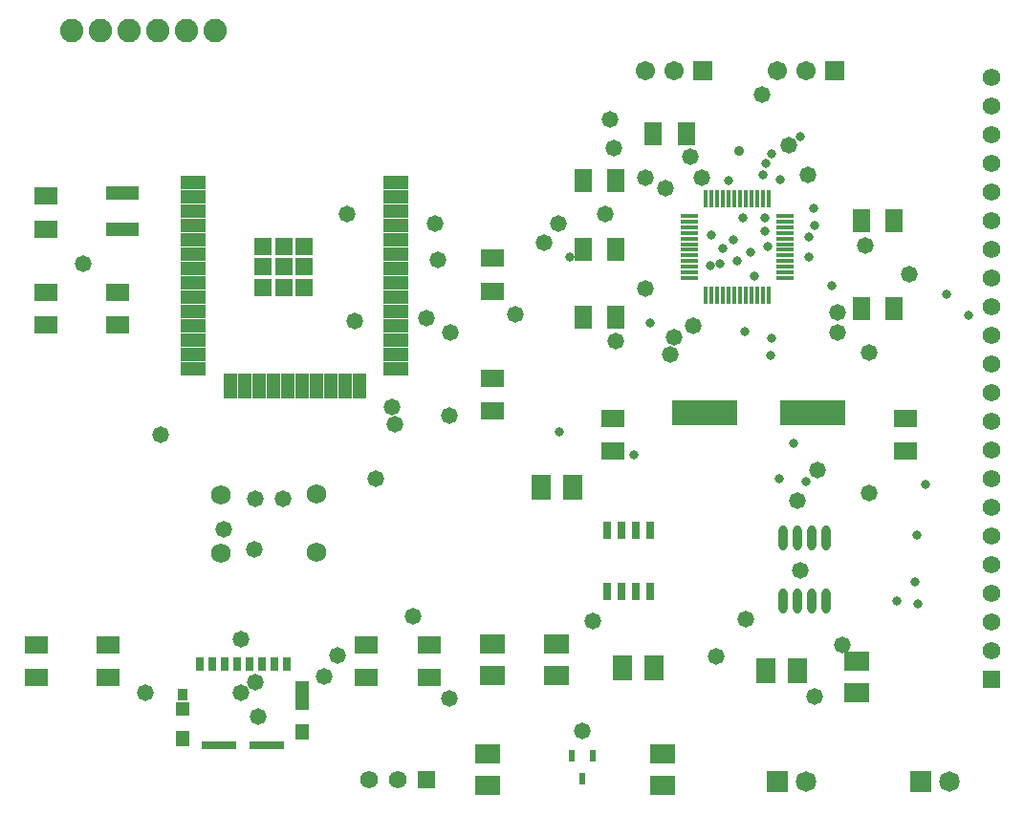
<source format=gts>
%FSTAX23Y23*%
%MOIN*%
%SFA1B1*%

%IPPOS*%
%ADD53R,0.088000X0.068000*%
%ADD54R,0.068000X0.088000*%
%ADD55R,0.080830X0.059180*%
%ADD56O,0.014570X0.062990*%
%ADD57O,0.062990X0.014570*%
%ADD58R,0.228470X0.090680*%
%ADD59R,0.059180X0.080830*%
%ADD60R,0.027600X0.059100*%
%ADD61R,0.024470X0.041400*%
%ADD62O,0.031150X0.088510*%
%ADD63R,0.115090X0.045800*%
%ADD64R,0.122570X0.029650*%
%ADD65R,0.049340X0.055240*%
%ADD66R,0.049340X0.102090*%
%ADD67R,0.049340X0.050520*%
%ADD68R,0.036350X0.038710*%
%ADD69R,0.027680X0.047370*%
%ADD70R,0.090680X0.045400*%
%ADD71R,0.045400X0.090680*%
%ADD72R,0.060360X0.060360*%
%ADD73C,0.061940*%
%ADD74R,0.061940X0.061940*%
%ADD75R,0.067060X0.067060*%
%ADD76C,0.067060*%
%ADD77R,0.071780X0.071780*%
%ADD78C,0.071780*%
%ADD79C,0.068000*%
%ADD80C,0.082000*%
%ADD81R,0.061940X0.061940*%
%ADD82C,0.033000*%
%ADD83C,0.058000*%
%ADD84C,0.036000*%
%LNesp_stm_v2-1*%
%LPD*%
G54D53*
X03162Y0265D03*
Y0254D03*
X03385Y0265D03*
Y0254D03*
X03145Y02155D03*
Y02265D03*
X03755Y02155D03*
Y02265D03*
X0443Y0248D03*
Y0259D03*
G54D54*
X03725Y02565D03*
X03615D03*
X0333Y03195D03*
X0344D03*
X04225Y02555D03*
X04115D03*
G54D55*
X0358Y03322D03*
Y03437D03*
X046D03*
Y03322D03*
X0316Y0388D03*
Y03995D03*
Y03577D03*
Y03462D03*
X01605Y04212D03*
Y04098D03*
X01855Y03877D03*
Y03762D03*
X02942Y02533D03*
Y02648D03*
X0272Y02533D03*
Y02648D03*
X0157Y02533D03*
Y02648D03*
X0182Y02533D03*
Y02648D03*
X01605Y03762D03*
Y03877D03*
G54D56*
X03906Y03867D03*
X03926D03*
X03946D03*
X03965D03*
X03985D03*
X04005D03*
X04024D03*
X04044D03*
X04064D03*
X04083D03*
X04103D03*
X04123D03*
Y04202D03*
X04103D03*
X04083D03*
X04064D03*
X04044D03*
X04024D03*
X04005D03*
X03985D03*
X03965D03*
X03946D03*
X03926D03*
X03906D03*
G54D57*
X04182Y03926D03*
Y03946D03*
Y03966D03*
Y03985D03*
Y04005D03*
Y04025D03*
Y04044D03*
Y04064D03*
Y04084D03*
Y04103D03*
Y04123D03*
Y04143D03*
X03847D03*
Y04123D03*
Y04103D03*
Y04084D03*
Y04064D03*
Y04044D03*
Y04025D03*
Y04005D03*
Y03985D03*
Y03966D03*
Y03946D03*
Y03926D03*
G54D58*
X04277Y03455D03*
X03902D03*
G54D59*
X03592Y04265D03*
X03477D03*
X03592Y0379D03*
X03477D03*
X03592Y04027D03*
X03477D03*
X04447Y04125D03*
X04562D03*
X04447Y0382D03*
X04562D03*
X03837Y0443D03*
X03722D03*
G54D60*
X0371Y03046D03*
X0366D03*
X0361D03*
X0356D03*
Y02834D03*
X0361D03*
X0366D03*
X0371D03*
G54D61*
X03475Y0218D03*
X03437Y02259D03*
X03512D03*
G54D62*
X04175Y028D03*
X04225D03*
X04275D03*
X04325D03*
X04175Y03019D03*
X04225D03*
X04275D03*
X04325D03*
G54D63*
X0187Y04096D03*
Y04223D03*
G54D64*
X02374Y02295D03*
X02209D03*
G54D65*
X02499Y02344D03*
X0208Y02321D03*
G54D66*
X02499Y02469D03*
G54D67*
X0208Y02424D03*
G54D68*
X02081Y02474D03*
G54D69*
X02443Y0258D03*
X024D03*
X02357D03*
X02313D03*
X0227D03*
X02227D03*
X02183D03*
X0214D03*
G54D70*
X02118Y0426D03*
Y0421D03*
Y0416D03*
Y0411D03*
Y0406D03*
Y0401D03*
Y0396D03*
Y0391D03*
Y0386D03*
Y0381D03*
Y0376D03*
Y0371D03*
Y0366D03*
Y0361D03*
X02826Y0361D03*
Y0366D03*
Y0371D03*
Y0376D03*
Y0381D03*
Y0386D03*
Y0391D03*
Y0396D03*
Y0401D03*
Y0406D03*
Y0411D03*
Y0416D03*
Y0421D03*
Y0426D03*
G54D71*
X02247Y03551D03*
X02297D03*
X02347D03*
X02397D03*
X02447D03*
X02497D03*
X02547D03*
X02597D03*
X02647D03*
X02697D03*
G54D72*
X02433Y03965D03*
X0236D03*
X02505D03*
Y04037D03*
X02433D03*
X0236D03*
Y03892D03*
X02433D03*
X02505D03*
G54D73*
X0273Y02175D03*
X0283D03*
X049Y02625D03*
Y02725D03*
Y02825D03*
Y02925D03*
Y03025D03*
Y03125D03*
Y03225D03*
Y03325D03*
Y03425D03*
Y03525D03*
Y03625D03*
Y03725D03*
Y03825D03*
Y03925D03*
Y04025D03*
Y04125D03*
Y04225D03*
Y04325D03*
Y04425D03*
Y04525D03*
Y04625D03*
G54D74*
X0293Y02175D03*
G54D75*
X03895Y0465D03*
X04355D03*
G54D76*
X03795Y0465D03*
X03695D03*
X04255D03*
X04155D03*
G54D77*
X04155Y0217D03*
X04655D03*
G54D78*
X04255Y0217D03*
X04755D03*
G54D79*
X02549Y03174D03*
Y0297D03*
X02215Y02965D03*
Y0317D03*
G54D80*
X02195Y0479D03*
X02095D03*
X01995D03*
X01895D03*
X01795D03*
X01695D03*
G54D81*
X049Y02525D03*
G54D82*
X03955Y03975D03*
X04015Y03985D03*
X04Y0406D03*
X04035Y04135D03*
X03965Y0403D03*
X04075Y03932D03*
X03985Y04265D03*
X04165Y0427D03*
X04105Y04285D03*
X04135Y0436D03*
X04235Y0442D03*
X0482Y03795D03*
X04115Y04325D03*
X04743Y0387D03*
X04265Y04D03*
X04635Y02865D03*
X04285Y0411D03*
X04265Y0407D03*
X04255Y03215D03*
X0467Y03205D03*
X0411Y04135D03*
Y0409D03*
X04645Y0279D03*
X0406Y04015D03*
X0428Y0417D03*
X04345Y039D03*
X0421Y0335D03*
X0416Y03225D03*
X0464Y0303D03*
X03925Y04075D03*
X0412Y04035D03*
X0457Y028D03*
X03395Y0339D03*
X03655Y0331D03*
X0392Y0397D03*
X0343Y04D03*
X04132Y03655D03*
X04135Y03715D03*
X0404Y0374D03*
X0371Y0377D03*
G54D83*
X04225Y0315D03*
X04295Y03255D03*
X04235Y02905D03*
X03475Y02345D03*
X0351Y0273D03*
X02575Y02535D03*
X02285Y0248D03*
X0195D03*
X01735Y03975D03*
X0268Y03775D03*
X02885Y02745D03*
X02335Y02515D03*
X02285Y02665D03*
X02655Y0415D03*
X0281Y03475D03*
X0301Y03445D03*
X0282Y03415D03*
X02755Y03225D03*
X0243Y03155D03*
X02335D03*
X02005Y0338D03*
X02225Y0305D03*
X0233Y0298D03*
X02345Y02395D03*
X0262Y0261D03*
X03015Y03735D03*
X0293Y03785D03*
X0301Y0246D03*
X0438Y02645D03*
X04475Y03175D03*
Y03665D03*
X0296Y04115D03*
X0297Y0399D03*
X0334Y0405D03*
X0359Y03705D03*
X0385Y0435D03*
X0389Y04275D03*
X0324Y038D03*
X04045Y02735D03*
X0394Y02605D03*
X03795Y0372D03*
X0378Y0366D03*
X04285Y02465D03*
X03765Y0424D03*
X03585Y0438D03*
X03695Y04275D03*
X0357Y0448D03*
X0339Y04115D03*
X03555Y0415D03*
X04615Y0394D03*
X03695Y0389D03*
X041Y04565D03*
X0386Y0376D03*
X0426Y04285D03*
X04195Y0439D03*
X0446Y0404D03*
X04365Y03805D03*
Y03735D03*
G54D84*
X0402Y0437D03*
M02*
</source>
